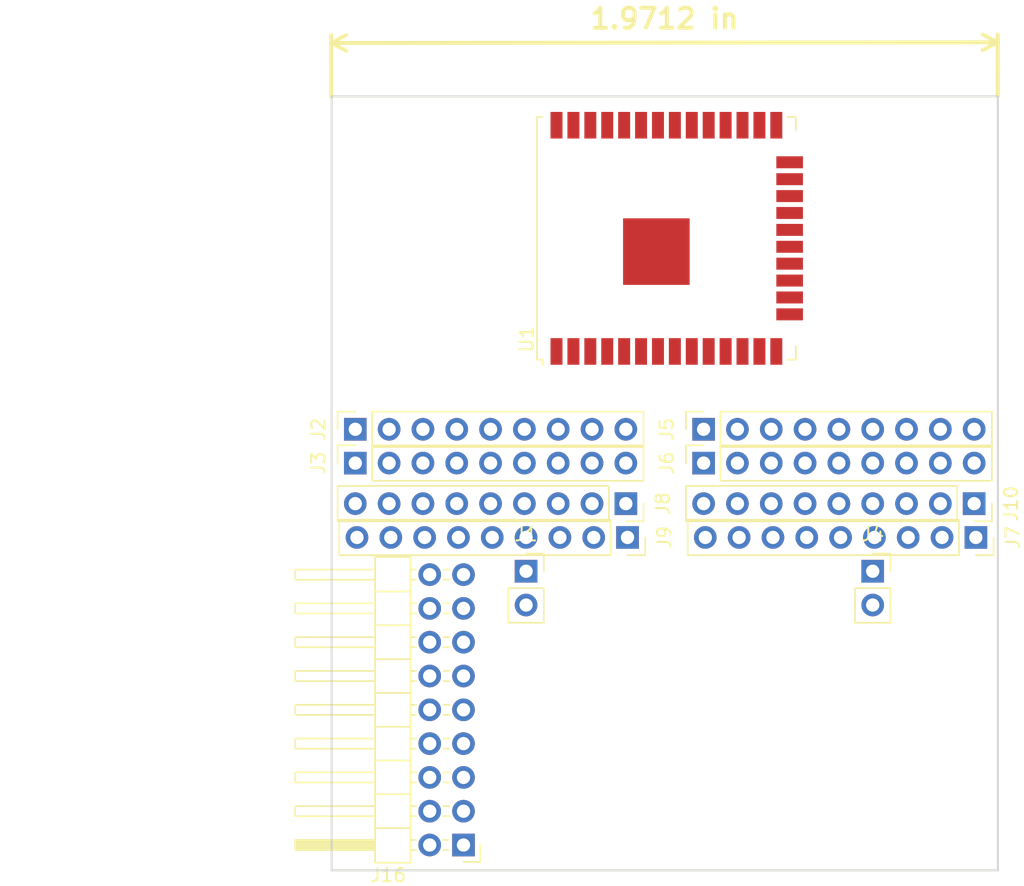
<source format=kicad_pcb>
(kicad_pcb (version 20171130) (host pcbnew "(5.0.2)-1")

  (general
    (thickness 1.6)
    (drawings 6)
    (tracks 0)
    (zones 0)
    (modules 12)
    (nets 30)
  )

  (page A4)
  (layers
    (0 F.Cu signal)
    (1 In1.Cu signal)
    (2 In2.Cu signal)
    (31 B.Cu signal)
    (32 B.Adhes user)
    (33 F.Adhes user)
    (34 B.Paste user)
    (35 F.Paste user)
    (36 B.SilkS user)
    (37 F.SilkS user)
    (38 B.Mask user)
    (39 F.Mask user)
    (40 Dwgs.User user)
    (41 Cmts.User user)
    (42 Eco1.User user)
    (43 Eco2.User user)
    (44 Edge.Cuts user)
    (45 Margin user)
    (46 B.CrtYd user)
    (47 F.CrtYd user)
    (48 B.Fab user)
    (49 F.Fab user)
  )

  (setup
    (last_trace_width 0.61)
    (user_trace_width 0.254)
    (user_trace_width 0.61)
    (trace_clearance 0.2)
    (zone_clearance 0.508)
    (zone_45_only no)
    (trace_min 0.2)
    (segment_width 0.2)
    (edge_width 0.15)
    (via_size 0.8)
    (via_drill 0.4)
    (via_min_size 0.4)
    (via_min_drill 0.3)
    (uvia_size 0.3)
    (uvia_drill 0.1)
    (uvias_allowed no)
    (uvia_min_size 0.2)
    (uvia_min_drill 0.1)
    (pcb_text_width 0.3)
    (pcb_text_size 1.5 1.5)
    (mod_edge_width 0.15)
    (mod_text_size 1 1)
    (mod_text_width 0.15)
    (pad_size 1.524 1.524)
    (pad_drill 0.762)
    (pad_to_mask_clearance 0.051)
    (solder_mask_min_width 0.25)
    (aux_axis_origin 0 0)
    (visible_elements FFFFFF7F)
    (pcbplotparams
      (layerselection 0x010fc_ffffffff)
      (usegerberextensions false)
      (usegerberattributes false)
      (usegerberadvancedattributes false)
      (creategerberjobfile false)
      (excludeedgelayer true)
      (linewidth 0.100000)
      (plotframeref false)
      (viasonmask false)
      (mode 1)
      (useauxorigin false)
      (hpglpennumber 1)
      (hpglpenspeed 20)
      (hpglpendiameter 15.000000)
      (psnegative false)
      (psa4output false)
      (plotreference true)
      (plotvalue true)
      (plotinvisibletext false)
      (padsonsilk false)
      (subtractmaskfromsilk false)
      (outputformat 1)
      (mirror false)
      (drillshape 1)
      (scaleselection 1)
      (outputdirectory ""))
  )

  (net 0 "")
  (net 1 GND)
  (net 2 ADC1_CH0)
  (net 3 ADC1_CH3)
  (net 4 ADC1_CH6)
  (net 5 ADC1_CH7)
  (net 6 ADC1_CH4)
  (net 7 ADC1_CH5)
  (net 8 ADC2_CH8)
  (net 9 ADC2_CH9)
  (net 10 ADC2_CH7)
  (net 11 ADC2_CH6)
  (net 12 ADC2_CH5)
  (net 13 ADC2_CH4)
  (net 14 ADC2_CH3)
  (net 15 ADC2_CH2)
  (net 16 ADC2_CH1)
  (net 17 ADC2_CH0)
  (net 18 IO16)
  (net 19 IO17)
  (net 20 IO5)
  (net 21 IO18)
  (net 22 IO19)
  (net 23 I2C_SDA)
  (net 24 IO3)
  (net 25 IO1)
  (net 26 I2C_SCL)
  (net 27 IO23)
  (net 28 +3.3V)
  (net 29 +5V)

  (net_class Default "This is the default net class."
    (clearance 0.2)
    (trace_width 0.25)
    (via_dia 0.8)
    (via_drill 0.4)
    (uvia_dia 0.3)
    (uvia_drill 0.1)
    (add_net +3.3V)
    (add_net +5V)
    (add_net ADC1_CH0)
    (add_net ADC1_CH3)
    (add_net ADC1_CH4)
    (add_net ADC1_CH5)
    (add_net ADC1_CH6)
    (add_net ADC1_CH7)
    (add_net ADC2_CH0)
    (add_net ADC2_CH1)
    (add_net ADC2_CH2)
    (add_net ADC2_CH3)
    (add_net ADC2_CH4)
    (add_net ADC2_CH5)
    (add_net ADC2_CH6)
    (add_net ADC2_CH7)
    (add_net ADC2_CH8)
    (add_net ADC2_CH9)
    (add_net GND)
    (add_net I2C_SCL)
    (add_net I2C_SDA)
    (add_net IO1)
    (add_net IO16)
    (add_net IO17)
    (add_net IO18)
    (add_net IO19)
    (add_net IO23)
    (add_net IO3)
    (add_net IO5)
  )

  (module RF_Module:ESP32-WROOM-32U (layer F.Cu) (tedit 5B5B4734) (tstamp 5C45CF68)
    (at 106.426 99.822 90)
    (descr "Single 2.4 GHz Wi-Fi and Bluetooth combo chip with U.FL connector, https://www.espressif.com/sites/default/files/documentation/esp32-wroom-32d_esp32-wroom-32u_datasheet_en.pdf")
    (tags "Single 2.4 GHz Wi-Fi and Bluetooth combo  chip")
    (path /5C458771)
    (attr smd)
    (fp_text reference U1 (at -7.58 -10.5 270) (layer F.SilkS)
      (effects (font (size 1 1) (thickness 0.15)))
    )
    (fp_text value ESP32-WROOM-32U (at 0 11.5 90) (layer F.Fab)
      (effects (font (size 1 1) (thickness 0.15)))
    )
    (fp_text user %R (at 0 0 90) (layer F.Fab)
      (effects (font (size 1 1) (thickness 0.15)))
    )
    (fp_line (start 9 9.6) (end 9 -9.6) (layer F.Fab) (width 0.1))
    (fp_line (start -9 9.6) (end 9 9.6) (layer F.Fab) (width 0.1))
    (fp_line (start -9 -9.6) (end -9 -9) (layer F.Fab) (width 0.1))
    (fp_line (start -9 -9.6) (end 9 -9.6) (layer F.Fab) (width 0.1))
    (fp_line (start -9.75 10.5) (end -9.75 -9.85) (layer F.CrtYd) (width 0.05))
    (fp_line (start -9.75 10.5) (end 9.75 10.5) (layer F.CrtYd) (width 0.05))
    (fp_line (start 9.75 -9.85) (end 9.75 10.5) (layer F.CrtYd) (width 0.05))
    (fp_line (start -9 -8) (end -9 9.6) (layer F.Fab) (width 0.1))
    (fp_line (start -8.5 -8.5) (end -9 -9) (layer F.Fab) (width 0.1))
    (fp_line (start -9 -8) (end -8.5 -8.5) (layer F.Fab) (width 0.1))
    (fp_line (start 9.75 -9.85) (end -9.75 -9.85) (layer F.CrtYd) (width 0.05))
    (fp_line (start -9.12 9.1) (end -9.12 9.72) (layer F.SilkS) (width 0.12))
    (fp_line (start -9.12 9.72) (end -8.12 9.72) (layer F.SilkS) (width 0.12))
    (fp_line (start 9.12 9.1) (end 9.12 9.72) (layer F.SilkS) (width 0.12))
    (fp_line (start 9.12 9.72) (end 8.12 9.72) (layer F.SilkS) (width 0.12))
    (fp_line (start -9.12 -9.72) (end 9.12 -9.72) (layer F.SilkS) (width 0.12))
    (fp_line (start 9.12 -9.72) (end 9.12 -9.3) (layer F.SilkS) (width 0.12))
    (fp_line (start -9.12 -9.72) (end -9.12 -9.3) (layer F.SilkS) (width 0.12))
    (fp_line (start -9.12 -9.3) (end -9.5 -9.3) (layer F.SilkS) (width 0.12))
    (pad 39 smd rect (at -1 -0.755 90) (size 5 5) (layers F.Cu F.Paste F.Mask))
    (pad 1 smd rect (at -8.5 -8.255 90) (size 2 0.9) (layers F.Cu F.Paste F.Mask)
      (net 1 GND))
    (pad 2 smd rect (at -8.5 -6.985 90) (size 2 0.9) (layers F.Cu F.Paste F.Mask))
    (pad 3 smd rect (at -8.5 -5.715 90) (size 2 0.9) (layers F.Cu F.Paste F.Mask))
    (pad 4 smd rect (at -8.5 -4.445 90) (size 2 0.9) (layers F.Cu F.Paste F.Mask)
      (net 2 ADC1_CH0))
    (pad 5 smd rect (at -8.5 -3.175 90) (size 2 0.9) (layers F.Cu F.Paste F.Mask)
      (net 3 ADC1_CH3))
    (pad 6 smd rect (at -8.5 -1.905 90) (size 2 0.9) (layers F.Cu F.Paste F.Mask)
      (net 4 ADC1_CH6))
    (pad 7 smd rect (at -8.5 -0.635 90) (size 2 0.9) (layers F.Cu F.Paste F.Mask)
      (net 5 ADC1_CH7))
    (pad 8 smd rect (at -8.5 0.635 90) (size 2 0.9) (layers F.Cu F.Paste F.Mask)
      (net 6 ADC1_CH4))
    (pad 9 smd rect (at -8.5 1.905 90) (size 2 0.9) (layers F.Cu F.Paste F.Mask)
      (net 7 ADC1_CH5))
    (pad 10 smd rect (at -8.5 3.175 90) (size 2 0.9) (layers F.Cu F.Paste F.Mask)
      (net 8 ADC2_CH8))
    (pad 11 smd rect (at -8.5 4.445 90) (size 2 0.9) (layers F.Cu F.Paste F.Mask)
      (net 9 ADC2_CH9))
    (pad 12 smd rect (at -8.5 5.715 90) (size 2 0.9) (layers F.Cu F.Paste F.Mask)
      (net 10 ADC2_CH7))
    (pad 13 smd rect (at -8.5 6.985 90) (size 2 0.9) (layers F.Cu F.Paste F.Mask)
      (net 11 ADC2_CH6))
    (pad 14 smd rect (at -8.5 8.255 90) (size 2 0.9) (layers F.Cu F.Paste F.Mask)
      (net 12 ADC2_CH5))
    (pad 15 smd rect (at -5.715 9.255) (size 2 0.9) (layers F.Cu F.Paste F.Mask)
      (net 1 GND))
    (pad 16 smd rect (at -4.445 9.255 180) (size 2 0.9) (layers F.Cu F.Paste F.Mask)
      (net 13 ADC2_CH4))
    (pad 17 smd rect (at -3.175 9.255 180) (size 2 0.9) (layers F.Cu F.Paste F.Mask))
    (pad 18 smd rect (at -1.905 9.255 180) (size 2 0.9) (layers F.Cu F.Paste F.Mask))
    (pad 19 smd rect (at -0.635 9.255 180) (size 2 0.9) (layers F.Cu F.Paste F.Mask))
    (pad 20 smd rect (at 0.635 9.255 180) (size 2 0.9) (layers F.Cu F.Paste F.Mask))
    (pad 21 smd rect (at 1.905 9.255 180) (size 2 0.9) (layers F.Cu F.Paste F.Mask))
    (pad 22 smd rect (at 3.175 9.255 180) (size 2 0.9) (layers F.Cu F.Paste F.Mask))
    (pad 23 smd rect (at 4.445 9.255 180) (size 2 0.9) (layers F.Cu F.Paste F.Mask)
      (net 14 ADC2_CH3))
    (pad 24 smd rect (at 5.715 9.255 180) (size 2 0.9) (layers F.Cu F.Paste F.Mask)
      (net 15 ADC2_CH2))
    (pad 25 smd rect (at 8.5 8.255 90) (size 2 0.9) (layers F.Cu F.Paste F.Mask)
      (net 16 ADC2_CH1))
    (pad 26 smd rect (at 8.5 6.985 90) (size 2 0.9) (layers F.Cu F.Paste F.Mask)
      (net 17 ADC2_CH0))
    (pad 27 smd rect (at 8.5 5.715 90) (size 2 0.9) (layers F.Cu F.Paste F.Mask)
      (net 18 IO16))
    (pad 28 smd rect (at 8.5 4.445 90) (size 2 0.9) (layers F.Cu F.Paste F.Mask)
      (net 19 IO17))
    (pad 29 smd rect (at 8.5 3.175 90) (size 2 0.9) (layers F.Cu F.Paste F.Mask)
      (net 20 IO5))
    (pad 30 smd rect (at 8.5 1.905 90) (size 2 0.9) (layers F.Cu F.Paste F.Mask)
      (net 21 IO18))
    (pad 31 smd rect (at 8.5 0.635 90) (size 2 0.9) (layers F.Cu F.Paste F.Mask)
      (net 22 IO19))
    (pad 32 smd rect (at 8.5 -0.635 90) (size 2 0.9) (layers F.Cu F.Paste F.Mask))
    (pad 33 smd rect (at 8.5 -1.905 90) (size 2 0.9) (layers F.Cu F.Paste F.Mask)
      (net 23 I2C_SDA))
    (pad 34 smd rect (at 8.5 -3.175 90) (size 2 0.9) (layers F.Cu F.Paste F.Mask)
      (net 24 IO3))
    (pad 35 smd rect (at 8.5 -4.445 90) (size 2 0.9) (layers F.Cu F.Paste F.Mask)
      (net 25 IO1))
    (pad 36 smd rect (at 8.5 -5.715 90) (size 2 0.9) (layers F.Cu F.Paste F.Mask)
      (net 26 I2C_SCL))
    (pad 37 smd rect (at 8.5 -6.985 90) (size 2 0.9) (layers F.Cu F.Paste F.Mask)
      (net 27 IO23))
    (pad 38 smd rect (at 8.5 -8.255 90) (size 2 0.9) (layers F.Cu F.Paste F.Mask)
      (net 1 GND))
    (model ${KISYS3DMOD}/RF_Module.3dshapes/ESP32-WROOM-32U.wrl
      (at (xyz 0 0 0))
      (scale (xyz 1 1 1))
      (rotate (xyz 0 0 0))
    )
  )

  (module Connector_PinSocket_2.54mm:PinSocket_1x02_P2.54mm_Vertical (layer F.Cu) (tedit 5A19A420) (tstamp 5C46747E)
    (at 95.885 124.841)
    (descr "Through hole straight socket strip, 1x02, 2.54mm pitch, single row (from Kicad 4.0.7), script generated")
    (tags "Through hole socket strip THT 1x02 2.54mm single row")
    (path /5C4945A5)
    (fp_text reference J1 (at 0 -2.77) (layer F.SilkS)
      (effects (font (size 1 1) (thickness 0.15)))
    )
    (fp_text value UART_2 (at 0 5.31) (layer F.Fab)
      (effects (font (size 1 1) (thickness 0.15)))
    )
    (fp_line (start -1.27 -1.27) (end 0.635 -1.27) (layer F.Fab) (width 0.1))
    (fp_line (start 0.635 -1.27) (end 1.27 -0.635) (layer F.Fab) (width 0.1))
    (fp_line (start 1.27 -0.635) (end 1.27 3.81) (layer F.Fab) (width 0.1))
    (fp_line (start 1.27 3.81) (end -1.27 3.81) (layer F.Fab) (width 0.1))
    (fp_line (start -1.27 3.81) (end -1.27 -1.27) (layer F.Fab) (width 0.1))
    (fp_line (start -1.33 1.27) (end 1.33 1.27) (layer F.SilkS) (width 0.12))
    (fp_line (start -1.33 1.27) (end -1.33 3.87) (layer F.SilkS) (width 0.12))
    (fp_line (start -1.33 3.87) (end 1.33 3.87) (layer F.SilkS) (width 0.12))
    (fp_line (start 1.33 1.27) (end 1.33 3.87) (layer F.SilkS) (width 0.12))
    (fp_line (start 1.33 -1.33) (end 1.33 0) (layer F.SilkS) (width 0.12))
    (fp_line (start 0 -1.33) (end 1.33 -1.33) (layer F.SilkS) (width 0.12))
    (fp_line (start -1.8 -1.8) (end 1.75 -1.8) (layer F.CrtYd) (width 0.05))
    (fp_line (start 1.75 -1.8) (end 1.75 4.3) (layer F.CrtYd) (width 0.05))
    (fp_line (start 1.75 4.3) (end -1.8 4.3) (layer F.CrtYd) (width 0.05))
    (fp_line (start -1.8 4.3) (end -1.8 -1.8) (layer F.CrtYd) (width 0.05))
    (fp_text user %R (at 0 1.27 90) (layer F.Fab)
      (effects (font (size 1 1) (thickness 0.15)))
    )
    (pad 1 thru_hole rect (at 0 0) (size 1.7 1.7) (drill 1) (layers *.Cu *.Mask)
      (net 19 IO17))
    (pad 2 thru_hole oval (at 0 2.54) (size 1.7 1.7) (drill 1) (layers *.Cu *.Mask)
      (net 18 IO16))
    (model ${KISYS3DMOD}/Connector_PinSocket_2.54mm.3dshapes/PinSocket_1x02_P2.54mm_Vertical.wrl
      (at (xyz 0 0 0))
      (scale (xyz 1 1 1))
      (rotate (xyz 0 0 0))
    )
  )

  (module Connector_PinSocket_2.54mm:PinSocket_1x09_P2.54mm_Vertical (layer F.Cu) (tedit 5A19A431) (tstamp 5C467FFC)
    (at 83.058 114.173 90)
    (descr "Through hole straight socket strip, 1x09, 2.54mm pitch, single row (from Kicad 4.0.7), script generated")
    (tags "Through hole socket strip THT 1x09 2.54mm single row")
    (path /5C467DDD)
    (fp_text reference J2 (at 0 -2.77 90) (layer F.SilkS)
      (effects (font (size 1 1) (thickness 0.15)))
    )
    (fp_text value GPIO (at 0 23.09 90) (layer F.Fab)
      (effects (font (size 1 1) (thickness 0.15)))
    )
    (fp_text user %R (at 0 10.16 180) (layer F.Fab)
      (effects (font (size 1 1) (thickness 0.15)))
    )
    (fp_line (start -1.8 22.1) (end -1.8 -1.8) (layer F.CrtYd) (width 0.05))
    (fp_line (start 1.75 22.1) (end -1.8 22.1) (layer F.CrtYd) (width 0.05))
    (fp_line (start 1.75 -1.8) (end 1.75 22.1) (layer F.CrtYd) (width 0.05))
    (fp_line (start -1.8 -1.8) (end 1.75 -1.8) (layer F.CrtYd) (width 0.05))
    (fp_line (start 0 -1.33) (end 1.33 -1.33) (layer F.SilkS) (width 0.12))
    (fp_line (start 1.33 -1.33) (end 1.33 0) (layer F.SilkS) (width 0.12))
    (fp_line (start 1.33 1.27) (end 1.33 21.65) (layer F.SilkS) (width 0.12))
    (fp_line (start -1.33 21.65) (end 1.33 21.65) (layer F.SilkS) (width 0.12))
    (fp_line (start -1.33 1.27) (end -1.33 21.65) (layer F.SilkS) (width 0.12))
    (fp_line (start -1.33 1.27) (end 1.33 1.27) (layer F.SilkS) (width 0.12))
    (fp_line (start -1.27 21.59) (end -1.27 -1.27) (layer F.Fab) (width 0.1))
    (fp_line (start 1.27 21.59) (end -1.27 21.59) (layer F.Fab) (width 0.1))
    (fp_line (start 1.27 -0.635) (end 1.27 21.59) (layer F.Fab) (width 0.1))
    (fp_line (start 0.635 -1.27) (end 1.27 -0.635) (layer F.Fab) (width 0.1))
    (fp_line (start -1.27 -1.27) (end 0.635 -1.27) (layer F.Fab) (width 0.1))
    (pad 9 thru_hole oval (at 0 20.32 90) (size 1.7 1.7) (drill 1) (layers *.Cu *.Mask)
      (net 2 ADC1_CH0))
    (pad 8 thru_hole oval (at 0 17.78 90) (size 1.7 1.7) (drill 1) (layers *.Cu *.Mask)
      (net 3 ADC1_CH3))
    (pad 7 thru_hole oval (at 0 15.24 90) (size 1.7 1.7) (drill 1) (layers *.Cu *.Mask)
      (net 14 ADC2_CH3))
    (pad 6 thru_hole oval (at 0 12.7 90) (size 1.7 1.7) (drill 1) (layers *.Cu *.Mask)
      (net 11 ADC2_CH6))
    (pad 5 thru_hole oval (at 0 10.16 90) (size 1.7 1.7) (drill 1) (layers *.Cu *.Mask)
      (net 13 ADC2_CH4))
    (pad 4 thru_hole oval (at 0 7.62 90) (size 1.7 1.7) (drill 1) (layers *.Cu *.Mask)
      (net 12 ADC2_CH5))
    (pad 3 thru_hole oval (at 0 5.08 90) (size 1.7 1.7) (drill 1) (layers *.Cu *.Mask)
      (net 16 ADC2_CH1))
    (pad 2 thru_hole oval (at 0 2.54 90) (size 1.7 1.7) (drill 1) (layers *.Cu *.Mask)
      (net 17 ADC2_CH0))
    (pad 1 thru_hole rect (at 0 0 90) (size 1.7 1.7) (drill 1) (layers *.Cu *.Mask)
      (net 8 ADC2_CH8))
    (model ${KISYS3DMOD}/Connector_PinSocket_2.54mm.3dshapes/PinSocket_1x09_P2.54mm_Vertical.wrl
      (at (xyz 0 0 0))
      (scale (xyz 1 1 1))
      (rotate (xyz 0 0 0))
    )
  )

  (module Connector_PinSocket_2.54mm:PinSocket_1x09_P2.54mm_Vertical (layer F.Cu) (tedit 5A19A431) (tstamp 5C4680A4)
    (at 83.058 116.713 90)
    (descr "Through hole straight socket strip, 1x09, 2.54mm pitch, single row (from Kicad 4.0.7), script generated")
    (tags "Through hole socket strip THT 1x09 2.54mm single row")
    (path /5C466496)
    (fp_text reference J3 (at 0 -2.77 90) (layer F.SilkS)
      (effects (font (size 1 1) (thickness 0.15)))
    )
    (fp_text value "Common Pins" (at 0 23.09 90) (layer F.Fab)
      (effects (font (size 1 1) (thickness 0.15)))
    )
    (fp_line (start -1.27 -1.27) (end 0.635 -1.27) (layer F.Fab) (width 0.1))
    (fp_line (start 0.635 -1.27) (end 1.27 -0.635) (layer F.Fab) (width 0.1))
    (fp_line (start 1.27 -0.635) (end 1.27 21.59) (layer F.Fab) (width 0.1))
    (fp_line (start 1.27 21.59) (end -1.27 21.59) (layer F.Fab) (width 0.1))
    (fp_line (start -1.27 21.59) (end -1.27 -1.27) (layer F.Fab) (width 0.1))
    (fp_line (start -1.33 1.27) (end 1.33 1.27) (layer F.SilkS) (width 0.12))
    (fp_line (start -1.33 1.27) (end -1.33 21.65) (layer F.SilkS) (width 0.12))
    (fp_line (start -1.33 21.65) (end 1.33 21.65) (layer F.SilkS) (width 0.12))
    (fp_line (start 1.33 1.27) (end 1.33 21.65) (layer F.SilkS) (width 0.12))
    (fp_line (start 1.33 -1.33) (end 1.33 0) (layer F.SilkS) (width 0.12))
    (fp_line (start 0 -1.33) (end 1.33 -1.33) (layer F.SilkS) (width 0.12))
    (fp_line (start -1.8 -1.8) (end 1.75 -1.8) (layer F.CrtYd) (width 0.05))
    (fp_line (start 1.75 -1.8) (end 1.75 22.1) (layer F.CrtYd) (width 0.05))
    (fp_line (start 1.75 22.1) (end -1.8 22.1) (layer F.CrtYd) (width 0.05))
    (fp_line (start -1.8 22.1) (end -1.8 -1.8) (layer F.CrtYd) (width 0.05))
    (fp_text user %R (at 0 10.16 180) (layer F.Fab)
      (effects (font (size 1 1) (thickness 0.15)))
    )
    (pad 1 thru_hole rect (at 0 0 90) (size 1.7 1.7) (drill 1) (layers *.Cu *.Mask)
      (net 28 +3.3V))
    (pad 2 thru_hole oval (at 0 2.54 90) (size 1.7 1.7) (drill 1) (layers *.Cu *.Mask)
      (net 1 GND))
    (pad 3 thru_hole oval (at 0 5.08 90) (size 1.7 1.7) (drill 1) (layers *.Cu *.Mask)
      (net 22 IO19))
    (pad 4 thru_hole oval (at 0 7.62 90) (size 1.7 1.7) (drill 1) (layers *.Cu *.Mask)
      (net 27 IO23))
    (pad 5 thru_hole oval (at 0 10.16 90) (size 1.7 1.7) (drill 1) (layers *.Cu *.Mask)
      (net 21 IO18))
    (pad 6 thru_hole oval (at 0 12.7 90) (size 1.7 1.7) (drill 1) (layers *.Cu *.Mask)
      (net 20 IO5))
    (pad 7 thru_hole oval (at 0 15.24 90) (size 1.7 1.7) (drill 1) (layers *.Cu *.Mask)
      (net 23 I2C_SDA))
    (pad 8 thru_hole oval (at 0 17.78 90) (size 1.7 1.7) (drill 1) (layers *.Cu *.Mask)
      (net 26 I2C_SCL))
    (pad 9 thru_hole oval (at 0 20.32 90) (size 1.7 1.7) (drill 1) (layers *.Cu *.Mask)
      (net 29 +5V))
    (model ${KISYS3DMOD}/Connector_PinSocket_2.54mm.3dshapes/PinSocket_1x09_P2.54mm_Vertical.wrl
      (at (xyz 0 0 0))
      (scale (xyz 1 1 1))
      (rotate (xyz 0 0 0))
    )
  )

  (module Connector_PinSocket_2.54mm:PinSocket_1x02_P2.54mm_Vertical (layer F.Cu) (tedit 5A19A420) (tstamp 5C4674CE)
    (at 121.92 124.841)
    (descr "Through hole straight socket strip, 1x02, 2.54mm pitch, single row (from Kicad 4.0.7), script generated")
    (tags "Through hole socket strip THT 1x02 2.54mm single row")
    (path /5C49860D)
    (fp_text reference J4 (at 0 -2.77) (layer F.SilkS)
      (effects (font (size 1 1) (thickness 0.15)))
    )
    (fp_text value UART_0 (at 0 5.31) (layer F.Fab)
      (effects (font (size 1 1) (thickness 0.15)))
    )
    (fp_text user %R (at 0 1.27 90) (layer F.Fab)
      (effects (font (size 1 1) (thickness 0.15)))
    )
    (fp_line (start -1.8 4.3) (end -1.8 -1.8) (layer F.CrtYd) (width 0.05))
    (fp_line (start 1.75 4.3) (end -1.8 4.3) (layer F.CrtYd) (width 0.05))
    (fp_line (start 1.75 -1.8) (end 1.75 4.3) (layer F.CrtYd) (width 0.05))
    (fp_line (start -1.8 -1.8) (end 1.75 -1.8) (layer F.CrtYd) (width 0.05))
    (fp_line (start 0 -1.33) (end 1.33 -1.33) (layer F.SilkS) (width 0.12))
    (fp_line (start 1.33 -1.33) (end 1.33 0) (layer F.SilkS) (width 0.12))
    (fp_line (start 1.33 1.27) (end 1.33 3.87) (layer F.SilkS) (width 0.12))
    (fp_line (start -1.33 3.87) (end 1.33 3.87) (layer F.SilkS) (width 0.12))
    (fp_line (start -1.33 1.27) (end -1.33 3.87) (layer F.SilkS) (width 0.12))
    (fp_line (start -1.33 1.27) (end 1.33 1.27) (layer F.SilkS) (width 0.12))
    (fp_line (start -1.27 3.81) (end -1.27 -1.27) (layer F.Fab) (width 0.1))
    (fp_line (start 1.27 3.81) (end -1.27 3.81) (layer F.Fab) (width 0.1))
    (fp_line (start 1.27 -0.635) (end 1.27 3.81) (layer F.Fab) (width 0.1))
    (fp_line (start 0.635 -1.27) (end 1.27 -0.635) (layer F.Fab) (width 0.1))
    (fp_line (start -1.27 -1.27) (end 0.635 -1.27) (layer F.Fab) (width 0.1))
    (pad 2 thru_hole oval (at 0 2.54) (size 1.7 1.7) (drill 1) (layers *.Cu *.Mask)
      (net 24 IO3))
    (pad 1 thru_hole rect (at 0 0) (size 1.7 1.7) (drill 1) (layers *.Cu *.Mask)
      (net 25 IO1))
    (model ${KISYS3DMOD}/Connector_PinSocket_2.54mm.3dshapes/PinSocket_1x02_P2.54mm_Vertical.wrl
      (at (xyz 0 0 0))
      (scale (xyz 1 1 1))
      (rotate (xyz 0 0 0))
    )
  )

  (module Connector_PinSocket_2.54mm:PinSocket_1x09_P2.54mm_Vertical (layer F.Cu) (tedit 5A19A431) (tstamp 5C467FA8)
    (at 109.22 114.173 90)
    (descr "Through hole straight socket strip, 1x09, 2.54mm pitch, single row (from Kicad 4.0.7), script generated")
    (tags "Through hole socket strip THT 1x09 2.54mm single row")
    (path /5C46882F)
    (fp_text reference J5 (at 0 -2.77 90) (layer F.SilkS)
      (effects (font (size 1 1) (thickness 0.15)))
    )
    (fp_text value GPIO (at 0 23.09 90) (layer F.Fab)
      (effects (font (size 1 1) (thickness 0.15)))
    )
    (fp_text user %R (at 0 10.16 180) (layer F.Fab)
      (effects (font (size 1 1) (thickness 0.15)))
    )
    (fp_line (start -1.8 22.1) (end -1.8 -1.8) (layer F.CrtYd) (width 0.05))
    (fp_line (start 1.75 22.1) (end -1.8 22.1) (layer F.CrtYd) (width 0.05))
    (fp_line (start 1.75 -1.8) (end 1.75 22.1) (layer F.CrtYd) (width 0.05))
    (fp_line (start -1.8 -1.8) (end 1.75 -1.8) (layer F.CrtYd) (width 0.05))
    (fp_line (start 0 -1.33) (end 1.33 -1.33) (layer F.SilkS) (width 0.12))
    (fp_line (start 1.33 -1.33) (end 1.33 0) (layer F.SilkS) (width 0.12))
    (fp_line (start 1.33 1.27) (end 1.33 21.65) (layer F.SilkS) (width 0.12))
    (fp_line (start -1.33 21.65) (end 1.33 21.65) (layer F.SilkS) (width 0.12))
    (fp_line (start -1.33 1.27) (end -1.33 21.65) (layer F.SilkS) (width 0.12))
    (fp_line (start -1.33 1.27) (end 1.33 1.27) (layer F.SilkS) (width 0.12))
    (fp_line (start -1.27 21.59) (end -1.27 -1.27) (layer F.Fab) (width 0.1))
    (fp_line (start 1.27 21.59) (end -1.27 21.59) (layer F.Fab) (width 0.1))
    (fp_line (start 1.27 -0.635) (end 1.27 21.59) (layer F.Fab) (width 0.1))
    (fp_line (start 0.635 -1.27) (end 1.27 -0.635) (layer F.Fab) (width 0.1))
    (fp_line (start -1.27 -1.27) (end 0.635 -1.27) (layer F.Fab) (width 0.1))
    (pad 9 thru_hole oval (at 0 20.32 90) (size 1.7 1.7) (drill 1) (layers *.Cu *.Mask)
      (net 5 ADC1_CH7))
    (pad 8 thru_hole oval (at 0 17.78 90) (size 1.7 1.7) (drill 1) (layers *.Cu *.Mask)
      (net 4 ADC1_CH6))
    (pad 7 thru_hole oval (at 0 15.24 90) (size 1.7 1.7) (drill 1) (layers *.Cu *.Mask)
      (net 7 ADC1_CH5))
    (pad 6 thru_hole oval (at 0 12.7 90) (size 1.7 1.7) (drill 1) (layers *.Cu *.Mask)
      (net 6 ADC1_CH4))
    (pad 5 thru_hole oval (at 0 10.16 90) (size 1.7 1.7) (drill 1) (layers *.Cu *.Mask)
      (net 9 ADC2_CH9))
    (pad 4 thru_hole oval (at 0 7.62 90) (size 1.7 1.7) (drill 1) (layers *.Cu *.Mask)
      (net 8 ADC2_CH8))
    (pad 3 thru_hole oval (at 0 5.08 90) (size 1.7 1.7) (drill 1) (layers *.Cu *.Mask)
      (net 10 ADC2_CH7))
    (pad 2 thru_hole oval (at 0 2.54 90) (size 1.7 1.7) (drill 1) (layers *.Cu *.Mask)
      (net 15 ADC2_CH2))
    (pad 1 thru_hole rect (at 0 0 90) (size 1.7 1.7) (drill 1) (layers *.Cu *.Mask)
      (net 9 ADC2_CH9))
    (model ${KISYS3DMOD}/Connector_PinSocket_2.54mm.3dshapes/PinSocket_1x09_P2.54mm_Vertical.wrl
      (at (xyz 0 0 0))
      (scale (xyz 1 1 1))
      (rotate (xyz 0 0 0))
    )
  )

  (module Connector_PinSocket_2.54mm:PinSocket_1x09_P2.54mm_Vertical (layer F.Cu) (tedit 5A19A431) (tstamp 5C468050)
    (at 109.22 116.713 90)
    (descr "Through hole straight socket strip, 1x09, 2.54mm pitch, single row (from Kicad 4.0.7), script generated")
    (tags "Through hole socket strip THT 1x09 2.54mm single row")
    (path /5C46881D)
    (fp_text reference J6 (at 0 -2.77 90) (layer F.SilkS)
      (effects (font (size 1 1) (thickness 0.15)))
    )
    (fp_text value "Common Pins" (at 0 23.09 90) (layer F.Fab)
      (effects (font (size 1 1) (thickness 0.15)))
    )
    (fp_line (start -1.27 -1.27) (end 0.635 -1.27) (layer F.Fab) (width 0.1))
    (fp_line (start 0.635 -1.27) (end 1.27 -0.635) (layer F.Fab) (width 0.1))
    (fp_line (start 1.27 -0.635) (end 1.27 21.59) (layer F.Fab) (width 0.1))
    (fp_line (start 1.27 21.59) (end -1.27 21.59) (layer F.Fab) (width 0.1))
    (fp_line (start -1.27 21.59) (end -1.27 -1.27) (layer F.Fab) (width 0.1))
    (fp_line (start -1.33 1.27) (end 1.33 1.27) (layer F.SilkS) (width 0.12))
    (fp_line (start -1.33 1.27) (end -1.33 21.65) (layer F.SilkS) (width 0.12))
    (fp_line (start -1.33 21.65) (end 1.33 21.65) (layer F.SilkS) (width 0.12))
    (fp_line (start 1.33 1.27) (end 1.33 21.65) (layer F.SilkS) (width 0.12))
    (fp_line (start 1.33 -1.33) (end 1.33 0) (layer F.SilkS) (width 0.12))
    (fp_line (start 0 -1.33) (end 1.33 -1.33) (layer F.SilkS) (width 0.12))
    (fp_line (start -1.8 -1.8) (end 1.75 -1.8) (layer F.CrtYd) (width 0.05))
    (fp_line (start 1.75 -1.8) (end 1.75 22.1) (layer F.CrtYd) (width 0.05))
    (fp_line (start 1.75 22.1) (end -1.8 22.1) (layer F.CrtYd) (width 0.05))
    (fp_line (start -1.8 22.1) (end -1.8 -1.8) (layer F.CrtYd) (width 0.05))
    (fp_text user %R (at 0 10.16 180) (layer F.Fab)
      (effects (font (size 1 1) (thickness 0.15)))
    )
    (pad 1 thru_hole rect (at 0 0 90) (size 1.7 1.7) (drill 1) (layers *.Cu *.Mask)
      (net 28 +3.3V))
    (pad 2 thru_hole oval (at 0 2.54 90) (size 1.7 1.7) (drill 1) (layers *.Cu *.Mask)
      (net 1 GND))
    (pad 3 thru_hole oval (at 0 5.08 90) (size 1.7 1.7) (drill 1) (layers *.Cu *.Mask)
      (net 22 IO19))
    (pad 4 thru_hole oval (at 0 7.62 90) (size 1.7 1.7) (drill 1) (layers *.Cu *.Mask)
      (net 27 IO23))
    (pad 5 thru_hole oval (at 0 10.16 90) (size 1.7 1.7) (drill 1) (layers *.Cu *.Mask)
      (net 21 IO18))
    (pad 6 thru_hole oval (at 0 12.7 90) (size 1.7 1.7) (drill 1) (layers *.Cu *.Mask)
      (net 20 IO5))
    (pad 7 thru_hole oval (at 0 15.24 90) (size 1.7 1.7) (drill 1) (layers *.Cu *.Mask)
      (net 23 I2C_SDA))
    (pad 8 thru_hole oval (at 0 17.78 90) (size 1.7 1.7) (drill 1) (layers *.Cu *.Mask)
      (net 26 I2C_SCL))
    (pad 9 thru_hole oval (at 0 20.32 90) (size 1.7 1.7) (drill 1) (layers *.Cu *.Mask)
      (net 29 +5V))
    (model ${KISYS3DMOD}/Connector_PinSocket_2.54mm.3dshapes/PinSocket_1x09_P2.54mm_Vertical.wrl
      (at (xyz 0 0 0))
      (scale (xyz 1 1 1))
      (rotate (xyz 0 0 0))
    )
  )

  (module Connector_PinSocket_2.54mm:PinSocket_1x09_P2.54mm_Vertical (layer F.Cu) (tedit 5A19A431) (tstamp 5C467BC3)
    (at 129.667 122.301 270)
    (descr "Through hole straight socket strip, 1x09, 2.54mm pitch, single row (from Kicad 4.0.7), script generated")
    (tags "Through hole socket strip THT 1x09 2.54mm single row")
    (path /5C4BE235)
    (fp_text reference J7 (at 0 -2.77 270) (layer F.SilkS)
      (effects (font (size 1 1) (thickness 0.15)))
    )
    (fp_text value GPIO (at 0 23.09 270) (layer F.Fab)
      (effects (font (size 1 1) (thickness 0.15)))
    )
    (fp_text user %R (at 0 10.16) (layer F.Fab)
      (effects (font (size 1 1) (thickness 0.15)))
    )
    (fp_line (start -1.8 22.1) (end -1.8 -1.8) (layer F.CrtYd) (width 0.05))
    (fp_line (start 1.75 22.1) (end -1.8 22.1) (layer F.CrtYd) (width 0.05))
    (fp_line (start 1.75 -1.8) (end 1.75 22.1) (layer F.CrtYd) (width 0.05))
    (fp_line (start -1.8 -1.8) (end 1.75 -1.8) (layer F.CrtYd) (width 0.05))
    (fp_line (start 0 -1.33) (end 1.33 -1.33) (layer F.SilkS) (width 0.12))
    (fp_line (start 1.33 -1.33) (end 1.33 0) (layer F.SilkS) (width 0.12))
    (fp_line (start 1.33 1.27) (end 1.33 21.65) (layer F.SilkS) (width 0.12))
    (fp_line (start -1.33 21.65) (end 1.33 21.65) (layer F.SilkS) (width 0.12))
    (fp_line (start -1.33 1.27) (end -1.33 21.65) (layer F.SilkS) (width 0.12))
    (fp_line (start -1.33 1.27) (end 1.33 1.27) (layer F.SilkS) (width 0.12))
    (fp_line (start -1.27 21.59) (end -1.27 -1.27) (layer F.Fab) (width 0.1))
    (fp_line (start 1.27 21.59) (end -1.27 21.59) (layer F.Fab) (width 0.1))
    (fp_line (start 1.27 -0.635) (end 1.27 21.59) (layer F.Fab) (width 0.1))
    (fp_line (start 0.635 -1.27) (end 1.27 -0.635) (layer F.Fab) (width 0.1))
    (fp_line (start -1.27 -1.27) (end 0.635 -1.27) (layer F.Fab) (width 0.1))
    (pad 9 thru_hole oval (at 0 20.32 270) (size 1.7 1.7) (drill 1) (layers *.Cu *.Mask)
      (net 2 ADC1_CH0))
    (pad 8 thru_hole oval (at 0 17.78 270) (size 1.7 1.7) (drill 1) (layers *.Cu *.Mask)
      (net 3 ADC1_CH3))
    (pad 7 thru_hole oval (at 0 15.24 270) (size 1.7 1.7) (drill 1) (layers *.Cu *.Mask)
      (net 14 ADC2_CH3))
    (pad 6 thru_hole oval (at 0 12.7 270) (size 1.7 1.7) (drill 1) (layers *.Cu *.Mask)
      (net 11 ADC2_CH6))
    (pad 5 thru_hole oval (at 0 10.16 270) (size 1.7 1.7) (drill 1) (layers *.Cu *.Mask)
      (net 13 ADC2_CH4))
    (pad 4 thru_hole oval (at 0 7.62 270) (size 1.7 1.7) (drill 1) (layers *.Cu *.Mask)
      (net 12 ADC2_CH5))
    (pad 3 thru_hole oval (at 0 5.08 270) (size 1.7 1.7) (drill 1) (layers *.Cu *.Mask)
      (net 16 ADC2_CH1))
    (pad 2 thru_hole oval (at 0 2.54 270) (size 1.7 1.7) (drill 1) (layers *.Cu *.Mask)
      (net 17 ADC2_CH0))
    (pad 1 thru_hole rect (at 0 0 270) (size 1.7 1.7) (drill 1) (layers *.Cu *.Mask)
      (net 8 ADC2_CH8))
    (model ${KISYS3DMOD}/Connector_PinSocket_2.54mm.3dshapes/PinSocket_1x09_P2.54mm_Vertical.wrl
      (at (xyz 0 0 0))
      (scale (xyz 1 1 1))
      (rotate (xyz 0 0 0))
    )
  )

  (module Connector_PinSocket_2.54mm:PinSocket_1x09_P2.54mm_Vertical (layer F.Cu) (tedit 5A19A431) (tstamp 5C467542)
    (at 103.378 119.761 270)
    (descr "Through hole straight socket strip, 1x09, 2.54mm pitch, single row (from Kicad 4.0.7), script generated")
    (tags "Through hole socket strip THT 1x09 2.54mm single row")
    (path /5C4A5390)
    (fp_text reference J8 (at 0 -2.77 270) (layer F.SilkS)
      (effects (font (size 1 1) (thickness 0.15)))
    )
    (fp_text value "Common Pins" (at 0 23.09 270) (layer F.Fab)
      (effects (font (size 1 1) (thickness 0.15)))
    )
    (fp_line (start -1.27 -1.27) (end 0.635 -1.27) (layer F.Fab) (width 0.1))
    (fp_line (start 0.635 -1.27) (end 1.27 -0.635) (layer F.Fab) (width 0.1))
    (fp_line (start 1.27 -0.635) (end 1.27 21.59) (layer F.Fab) (width 0.1))
    (fp_line (start 1.27 21.59) (end -1.27 21.59) (layer F.Fab) (width 0.1))
    (fp_line (start -1.27 21.59) (end -1.27 -1.27) (layer F.Fab) (width 0.1))
    (fp_line (start -1.33 1.27) (end 1.33 1.27) (layer F.SilkS) (width 0.12))
    (fp_line (start -1.33 1.27) (end -1.33 21.65) (layer F.SilkS) (width 0.12))
    (fp_line (start -1.33 21.65) (end 1.33 21.65) (layer F.SilkS) (width 0.12))
    (fp_line (start 1.33 1.27) (end 1.33 21.65) (layer F.SilkS) (width 0.12))
    (fp_line (start 1.33 -1.33) (end 1.33 0) (layer F.SilkS) (width 0.12))
    (fp_line (start 0 -1.33) (end 1.33 -1.33) (layer F.SilkS) (width 0.12))
    (fp_line (start -1.8 -1.8) (end 1.75 -1.8) (layer F.CrtYd) (width 0.05))
    (fp_line (start 1.75 -1.8) (end 1.75 22.1) (layer F.CrtYd) (width 0.05))
    (fp_line (start 1.75 22.1) (end -1.8 22.1) (layer F.CrtYd) (width 0.05))
    (fp_line (start -1.8 22.1) (end -1.8 -1.8) (layer F.CrtYd) (width 0.05))
    (fp_text user %R (at 0 10.16) (layer F.Fab)
      (effects (font (size 1 1) (thickness 0.15)))
    )
    (pad 1 thru_hole rect (at 0 0 270) (size 1.7 1.7) (drill 1) (layers *.Cu *.Mask)
      (net 28 +3.3V))
    (pad 2 thru_hole oval (at 0 2.54 270) (size 1.7 1.7) (drill 1) (layers *.Cu *.Mask)
      (net 1 GND))
    (pad 3 thru_hole oval (at 0 5.08 270) (size 1.7 1.7) (drill 1) (layers *.Cu *.Mask)
      (net 22 IO19))
    (pad 4 thru_hole oval (at 0 7.62 270) (size 1.7 1.7) (drill 1) (layers *.Cu *.Mask)
      (net 27 IO23))
    (pad 5 thru_hole oval (at 0 10.16 270) (size 1.7 1.7) (drill 1) (layers *.Cu *.Mask)
      (net 21 IO18))
    (pad 6 thru_hole oval (at 0 12.7 270) (size 1.7 1.7) (drill 1) (layers *.Cu *.Mask)
      (net 20 IO5))
    (pad 7 thru_hole oval (at 0 15.24 270) (size 1.7 1.7) (drill 1) (layers *.Cu *.Mask)
      (net 23 I2C_SDA))
    (pad 8 thru_hole oval (at 0 17.78 270) (size 1.7 1.7) (drill 1) (layers *.Cu *.Mask)
      (net 26 I2C_SCL))
    (pad 9 thru_hole oval (at 0 20.32 270) (size 1.7 1.7) (drill 1) (layers *.Cu *.Mask)
      (net 29 +5V))
    (model ${KISYS3DMOD}/Connector_PinSocket_2.54mm.3dshapes/PinSocket_1x09_P2.54mm_Vertical.wrl
      (at (xyz 0 0 0))
      (scale (xyz 1 1 1))
      (rotate (xyz 0 0 0))
    )
  )

  (module Connector_PinSocket_2.54mm:PinSocket_1x09_P2.54mm_Vertical (layer F.Cu) (tedit 5A19A431) (tstamp 5C46755F)
    (at 103.505 122.301 270)
    (descr "Through hole straight socket strip, 1x09, 2.54mm pitch, single row (from Kicad 4.0.7), script generated")
    (tags "Through hole socket strip THT 1x09 2.54mm single row")
    (path /5C4E4740)
    (fp_text reference J9 (at 0 -2.77 270) (layer F.SilkS)
      (effects (font (size 1 1) (thickness 0.15)))
    )
    (fp_text value GPIO (at 0 23.09 270) (layer F.Fab)
      (effects (font (size 1 1) (thickness 0.15)))
    )
    (fp_text user %R (at 0 10.16) (layer F.Fab)
      (effects (font (size 1 1) (thickness 0.15)))
    )
    (fp_line (start -1.8 22.1) (end -1.8 -1.8) (layer F.CrtYd) (width 0.05))
    (fp_line (start 1.75 22.1) (end -1.8 22.1) (layer F.CrtYd) (width 0.05))
    (fp_line (start 1.75 -1.8) (end 1.75 22.1) (layer F.CrtYd) (width 0.05))
    (fp_line (start -1.8 -1.8) (end 1.75 -1.8) (layer F.CrtYd) (width 0.05))
    (fp_line (start 0 -1.33) (end 1.33 -1.33) (layer F.SilkS) (width 0.12))
    (fp_line (start 1.33 -1.33) (end 1.33 0) (layer F.SilkS) (width 0.12))
    (fp_line (start 1.33 1.27) (end 1.33 21.65) (layer F.SilkS) (width 0.12))
    (fp_line (start -1.33 21.65) (end 1.33 21.65) (layer F.SilkS) (width 0.12))
    (fp_line (start -1.33 1.27) (end -1.33 21.65) (layer F.SilkS) (width 0.12))
    (fp_line (start -1.33 1.27) (end 1.33 1.27) (layer F.SilkS) (width 0.12))
    (fp_line (start -1.27 21.59) (end -1.27 -1.27) (layer F.Fab) (width 0.1))
    (fp_line (start 1.27 21.59) (end -1.27 21.59) (layer F.Fab) (width 0.1))
    (fp_line (start 1.27 -0.635) (end 1.27 21.59) (layer F.Fab) (width 0.1))
    (fp_line (start 0.635 -1.27) (end 1.27 -0.635) (layer F.Fab) (width 0.1))
    (fp_line (start -1.27 -1.27) (end 0.635 -1.27) (layer F.Fab) (width 0.1))
    (pad 9 thru_hole oval (at 0 20.32 270) (size 1.7 1.7) (drill 1) (layers *.Cu *.Mask)
      (net 5 ADC1_CH7))
    (pad 8 thru_hole oval (at 0 17.78 270) (size 1.7 1.7) (drill 1) (layers *.Cu *.Mask)
      (net 4 ADC1_CH6))
    (pad 7 thru_hole oval (at 0 15.24 270) (size 1.7 1.7) (drill 1) (layers *.Cu *.Mask)
      (net 7 ADC1_CH5))
    (pad 6 thru_hole oval (at 0 12.7 270) (size 1.7 1.7) (drill 1) (layers *.Cu *.Mask)
      (net 6 ADC1_CH4))
    (pad 5 thru_hole oval (at 0 10.16 270) (size 1.7 1.7) (drill 1) (layers *.Cu *.Mask)
      (net 9 ADC2_CH9))
    (pad 4 thru_hole oval (at 0 7.62 270) (size 1.7 1.7) (drill 1) (layers *.Cu *.Mask)
      (net 8 ADC2_CH8))
    (pad 3 thru_hole oval (at 0 5.08 270) (size 1.7 1.7) (drill 1) (layers *.Cu *.Mask)
      (net 10 ADC2_CH7))
    (pad 2 thru_hole oval (at 0 2.54 270) (size 1.7 1.7) (drill 1) (layers *.Cu *.Mask)
      (net 15 ADC2_CH2))
    (pad 1 thru_hole rect (at 0 0 270) (size 1.7 1.7) (drill 1) (layers *.Cu *.Mask)
      (net 9 ADC2_CH9))
    (model ${KISYS3DMOD}/Connector_PinSocket_2.54mm.3dshapes/PinSocket_1x09_P2.54mm_Vertical.wrl
      (at (xyz 0 0 0))
      (scale (xyz 1 1 1))
      (rotate (xyz 0 0 0))
    )
  )

  (module Connector_PinSocket_2.54mm:PinSocket_1x09_P2.54mm_Vertical (layer F.Cu) (tedit 5A19A431) (tstamp 5C46757C)
    (at 129.54 119.761 270)
    (descr "Through hole straight socket strip, 1x09, 2.54mm pitch, single row (from Kicad 4.0.7), script generated")
    (tags "Through hole socket strip THT 1x09 2.54mm single row")
    (path /5C4E46FE)
    (fp_text reference J10 (at 0 -2.77 270) (layer F.SilkS)
      (effects (font (size 1 1) (thickness 0.15)))
    )
    (fp_text value "Common Pins" (at 0 23.09 270) (layer F.Fab)
      (effects (font (size 1 1) (thickness 0.15)))
    )
    (fp_line (start -1.27 -1.27) (end 0.635 -1.27) (layer F.Fab) (width 0.1))
    (fp_line (start 0.635 -1.27) (end 1.27 -0.635) (layer F.Fab) (width 0.1))
    (fp_line (start 1.27 -0.635) (end 1.27 21.59) (layer F.Fab) (width 0.1))
    (fp_line (start 1.27 21.59) (end -1.27 21.59) (layer F.Fab) (width 0.1))
    (fp_line (start -1.27 21.59) (end -1.27 -1.27) (layer F.Fab) (width 0.1))
    (fp_line (start -1.33 1.27) (end 1.33 1.27) (layer F.SilkS) (width 0.12))
    (fp_line (start -1.33 1.27) (end -1.33 21.65) (layer F.SilkS) (width 0.12))
    (fp_line (start -1.33 21.65) (end 1.33 21.65) (layer F.SilkS) (width 0.12))
    (fp_line (start 1.33 1.27) (end 1.33 21.65) (layer F.SilkS) (width 0.12))
    (fp_line (start 1.33 -1.33) (end 1.33 0) (layer F.SilkS) (width 0.12))
    (fp_line (start 0 -1.33) (end 1.33 -1.33) (layer F.SilkS) (width 0.12))
    (fp_line (start -1.8 -1.8) (end 1.75 -1.8) (layer F.CrtYd) (width 0.05))
    (fp_line (start 1.75 -1.8) (end 1.75 22.1) (layer F.CrtYd) (width 0.05))
    (fp_line (start 1.75 22.1) (end -1.8 22.1) (layer F.CrtYd) (width 0.05))
    (fp_line (start -1.8 22.1) (end -1.8 -1.8) (layer F.CrtYd) (width 0.05))
    (fp_text user %R (at 0 10.16) (layer F.Fab)
      (effects (font (size 1 1) (thickness 0.15)))
    )
    (pad 1 thru_hole rect (at 0 0 270) (size 1.7 1.7) (drill 1) (layers *.Cu *.Mask)
      (net 28 +3.3V))
    (pad 2 thru_hole oval (at 0 2.54 270) (size 1.7 1.7) (drill 1) (layers *.Cu *.Mask)
      (net 1 GND))
    (pad 3 thru_hole oval (at 0 5.08 270) (size 1.7 1.7) (drill 1) (layers *.Cu *.Mask)
      (net 22 IO19))
    (pad 4 thru_hole oval (at 0 7.62 270) (size 1.7 1.7) (drill 1) (layers *.Cu *.Mask)
      (net 27 IO23))
    (pad 5 thru_hole oval (at 0 10.16 270) (size 1.7 1.7) (drill 1) (layers *.Cu *.Mask)
      (net 21 IO18))
    (pad 6 thru_hole oval (at 0 12.7 270) (size 1.7 1.7) (drill 1) (layers *.Cu *.Mask)
      (net 20 IO5))
    (pad 7 thru_hole oval (at 0 15.24 270) (size 1.7 1.7) (drill 1) (layers *.Cu *.Mask)
      (net 23 I2C_SDA))
    (pad 8 thru_hole oval (at 0 17.78 270) (size 1.7 1.7) (drill 1) (layers *.Cu *.Mask)
      (net 26 I2C_SCL))
    (pad 9 thru_hole oval (at 0 20.32 270) (size 1.7 1.7) (drill 1) (layers *.Cu *.Mask)
      (net 29 +5V))
    (model ${KISYS3DMOD}/Connector_PinSocket_2.54mm.3dshapes/PinSocket_1x09_P2.54mm_Vertical.wrl
      (at (xyz 0 0 0))
      (scale (xyz 1 1 1))
      (rotate (xyz 0 0 0))
    )
  )

  (module Connector_PinHeader_2.54mm:PinHeader_2x09_P2.54mm_Horizontal (layer F.Cu) (tedit 59FED5CB) (tstamp 5C475199)
    (at 91.186 145.415 180)
    (descr "Through hole angled pin header, 2x09, 2.54mm pitch, 6mm pin length, double rows")
    (tags "Through hole angled pin header THT 2x09 2.54mm double row")
    (path /5C4F043B)
    (fp_text reference J16 (at 5.655 -2.27 180) (layer F.SilkS)
      (effects (font (size 1 1) (thickness 0.15)))
    )
    (fp_text value Conn_01x18_Male (at 5.655 22.59 180) (layer F.Fab)
      (effects (font (size 1 1) (thickness 0.15)))
    )
    (fp_line (start 4.675 -1.27) (end 6.58 -1.27) (layer F.Fab) (width 0.1))
    (fp_line (start 6.58 -1.27) (end 6.58 21.59) (layer F.Fab) (width 0.1))
    (fp_line (start 6.58 21.59) (end 4.04 21.59) (layer F.Fab) (width 0.1))
    (fp_line (start 4.04 21.59) (end 4.04 -0.635) (layer F.Fab) (width 0.1))
    (fp_line (start 4.04 -0.635) (end 4.675 -1.27) (layer F.Fab) (width 0.1))
    (fp_line (start -0.32 -0.32) (end 4.04 -0.32) (layer F.Fab) (width 0.1))
    (fp_line (start -0.32 -0.32) (end -0.32 0.32) (layer F.Fab) (width 0.1))
    (fp_line (start -0.32 0.32) (end 4.04 0.32) (layer F.Fab) (width 0.1))
    (fp_line (start 6.58 -0.32) (end 12.58 -0.32) (layer F.Fab) (width 0.1))
    (fp_line (start 12.58 -0.32) (end 12.58 0.32) (layer F.Fab) (width 0.1))
    (fp_line (start 6.58 0.32) (end 12.58 0.32) (layer F.Fab) (width 0.1))
    (fp_line (start -0.32 2.22) (end 4.04 2.22) (layer F.Fab) (width 0.1))
    (fp_line (start -0.32 2.22) (end -0.32 2.86) (layer F.Fab) (width 0.1))
    (fp_line (start -0.32 2.86) (end 4.04 2.86) (layer F.Fab) (width 0.1))
    (fp_line (start 6.58 2.22) (end 12.58 2.22) (layer F.Fab) (width 0.1))
    (fp_line (start 12.58 2.22) (end 12.58 2.86) (layer F.Fab) (width 0.1))
    (fp_line (start 6.58 2.86) (end 12.58 2.86) (layer F.Fab) (width 0.1))
    (fp_line (start -0.32 4.76) (end 4.04 4.76) (layer F.Fab) (width 0.1))
    (fp_line (start -0.32 4.76) (end -0.32 5.4) (layer F.Fab) (width 0.1))
    (fp_line (start -0.32 5.4) (end 4.04 5.4) (layer F.Fab) (width 0.1))
    (fp_line (start 6.58 4.76) (end 12.58 4.76) (layer F.Fab) (width 0.1))
    (fp_line (start 12.58 4.76) (end 12.58 5.4) (layer F.Fab) (width 0.1))
    (fp_line (start 6.58 5.4) (end 12.58 5.4) (layer F.Fab) (width 0.1))
    (fp_line (start -0.32 7.3) (end 4.04 7.3) (layer F.Fab) (width 0.1))
    (fp_line (start -0.32 7.3) (end -0.32 7.94) (layer F.Fab) (width 0.1))
    (fp_line (start -0.32 7.94) (end 4.04 7.94) (layer F.Fab) (width 0.1))
    (fp_line (start 6.58 7.3) (end 12.58 7.3) (layer F.Fab) (width 0.1))
    (fp_line (start 12.58 7.3) (end 12.58 7.94) (layer F.Fab) (width 0.1))
    (fp_line (start 6.58 7.94) (end 12.58 7.94) (layer F.Fab) (width 0.1))
    (fp_line (start -0.32 9.84) (end 4.04 9.84) (layer F.Fab) (width 0.1))
    (fp_line (start -0.32 9.84) (end -0.32 10.48) (layer F.Fab) (width 0.1))
    (fp_line (start -0.32 10.48) (end 4.04 10.48) (layer F.Fab) (width 0.1))
    (fp_line (start 6.58 9.84) (end 12.58 9.84) (layer F.Fab) (width 0.1))
    (fp_line (start 12.58 9.84) (end 12.58 10.48) (layer F.Fab) (width 0.1))
    (fp_line (start 6.58 10.48) (end 12.58 10.48) (layer F.Fab) (width 0.1))
    (fp_line (start -0.32 12.38) (end 4.04 12.38) (layer F.Fab) (width 0.1))
    (fp_line (start -0.32 12.38) (end -0.32 13.02) (layer F.Fab) (width 0.1))
    (fp_line (start -0.32 13.02) (end 4.04 13.02) (layer F.Fab) (width 0.1))
    (fp_line (start 6.58 12.38) (end 12.58 12.38) (layer F.Fab) (width 0.1))
    (fp_line (start 12.58 12.38) (end 12.58 13.02) (layer F.Fab) (width 0.1))
    (fp_line (start 6.58 13.02) (end 12.58 13.02) (layer F.Fab) (width 0.1))
    (fp_line (start -0.32 14.92) (end 4.04 14.92) (layer F.Fab) (width 0.1))
    (fp_line (start -0.32 14.92) (end -0.32 15.56) (layer F.Fab) (width 0.1))
    (fp_line (start -0.32 15.56) (end 4.04 15.56) (layer F.Fab) (width 0.1))
    (fp_line (start 6.58 14.92) (end 12.58 14.92) (layer F.Fab) (width 0.1))
    (fp_line (start 12.58 14.92) (end 12.58 15.56) (layer F.Fab) (width 0.1))
    (fp_line (start 6.58 15.56) (end 12.58 15.56) (layer F.Fab) (width 0.1))
    (fp_line (start -0.32 17.46) (end 4.04 17.46) (layer F.Fab) (width 0.1))
    (fp_line (start -0.32 17.46) (end -0.32 18.1) (layer F.Fab) (width 0.1))
    (fp_line (start -0.32 18.1) (end 4.04 18.1) (layer F.Fab) (width 0.1))
    (fp_line (start 6.58 17.46) (end 12.58 17.46) (layer F.Fab) (width 0.1))
    (fp_line (start 12.58 17.46) (end 12.58 18.1) (layer F.Fab) (width 0.1))
    (fp_line (start 6.58 18.1) (end 12.58 18.1) (layer F.Fab) (width 0.1))
    (fp_line (start -0.32 20) (end 4.04 20) (layer F.Fab) (width 0.1))
    (fp_line (start -0.32 20) (end -0.32 20.64) (layer F.Fab) (width 0.1))
    (fp_line (start -0.32 20.64) (end 4.04 20.64) (layer F.Fab) (width 0.1))
    (fp_line (start 6.58 20) (end 12.58 20) (layer F.Fab) (width 0.1))
    (fp_line (start 12.58 20) (end 12.58 20.64) (layer F.Fab) (width 0.1))
    (fp_line (start 6.58 20.64) (end 12.58 20.64) (layer F.Fab) (width 0.1))
    (fp_line (start 3.98 -1.33) (end 3.98 21.65) (layer F.SilkS) (width 0.12))
    (fp_line (start 3.98 21.65) (end 6.64 21.65) (layer F.SilkS) (width 0.12))
    (fp_line (start 6.64 21.65) (end 6.64 -1.33) (layer F.SilkS) (width 0.12))
    (fp_line (start 6.64 -1.33) (end 3.98 -1.33) (layer F.SilkS) (width 0.12))
    (fp_line (start 6.64 -0.38) (end 12.64 -0.38) (layer F.SilkS) (width 0.12))
    (fp_line (start 12.64 -0.38) (end 12.64 0.38) (layer F.SilkS) (width 0.12))
    (fp_line (start 12.64 0.38) (end 6.64 0.38) (layer F.SilkS) (width 0.12))
    (fp_line (start 6.64 -0.32) (end 12.64 -0.32) (layer F.SilkS) (width 0.12))
    (fp_line (start 6.64 -0.2) (end 12.64 -0.2) (layer F.SilkS) (width 0.12))
    (fp_line (start 6.64 -0.08) (end 12.64 -0.08) (layer F.SilkS) (width 0.12))
    (fp_line (start 6.64 0.04) (end 12.64 0.04) (layer F.SilkS) (width 0.12))
    (fp_line (start 6.64 0.16) (end 12.64 0.16) (layer F.SilkS) (width 0.12))
    (fp_line (start 6.64 0.28) (end 12.64 0.28) (layer F.SilkS) (width 0.12))
    (fp_line (start 3.582929 -0.38) (end 3.98 -0.38) (layer F.SilkS) (width 0.12))
    (fp_line (start 3.582929 0.38) (end 3.98 0.38) (layer F.SilkS) (width 0.12))
    (fp_line (start 1.11 -0.38) (end 1.497071 -0.38) (layer F.SilkS) (width 0.12))
    (fp_line (start 1.11 0.38) (end 1.497071 0.38) (layer F.SilkS) (width 0.12))
    (fp_line (start 3.98 1.27) (end 6.64 1.27) (layer F.SilkS) (width 0.12))
    (fp_line (start 6.64 2.16) (end 12.64 2.16) (layer F.SilkS) (width 0.12))
    (fp_line (start 12.64 2.16) (end 12.64 2.92) (layer F.SilkS) (width 0.12))
    (fp_line (start 12.64 2.92) (end 6.64 2.92) (layer F.SilkS) (width 0.12))
    (fp_line (start 3.582929 2.16) (end 3.98 2.16) (layer F.SilkS) (width 0.12))
    (fp_line (start 3.582929 2.92) (end 3.98 2.92) (layer F.SilkS) (width 0.12))
    (fp_line (start 1.042929 2.16) (end 1.497071 2.16) (layer F.SilkS) (width 0.12))
    (fp_line (start 1.042929 2.92) (end 1.497071 2.92) (layer F.SilkS) (width 0.12))
    (fp_line (start 3.98 3.81) (end 6.64 3.81) (layer F.SilkS) (width 0.12))
    (fp_line (start 6.64 4.7) (end 12.64 4.7) (layer F.SilkS) (width 0.12))
    (fp_line (start 12.64 4.7) (end 12.64 5.46) (layer F.SilkS) (width 0.12))
    (fp_line (start 12.64 5.46) (end 6.64 5.46) (layer F.SilkS) (width 0.12))
    (fp_line (start 3.582929 4.7) (end 3.98 4.7) (layer F.SilkS) (width 0.12))
    (fp_line (start 3.582929 5.46) (end 3.98 5.46) (layer F.SilkS) (width 0.12))
    (fp_line (start 1.042929 4.7) (end 1.497071 4.7) (layer F.SilkS) (width 0.12))
    (fp_line (start 1.042929 5.46) (end 1.497071 5.46) (layer F.SilkS) (width 0.12))
    (fp_line (start 3.98 6.35) (end 6.64 6.35) (layer F.SilkS) (width 0.12))
    (fp_line (start 6.64 7.24) (end 12.64 7.24) (layer F.SilkS) (width 0.12))
    (fp_line (start 12.64 7.24) (end 12.64 8) (layer F.SilkS) (width 0.12))
    (fp_line (start 12.64 8) (end 6.64 8) (layer F.SilkS) (width 0.12))
    (fp_line (start 3.582929 7.24) (end 3.98 7.24) (layer F.SilkS) (width 0.12))
    (fp_line (start 3.582929 8) (end 3.98 8) (layer F.SilkS) (width 0.12))
    (fp_line (start 1.042929 7.24) (end 1.497071 7.24) (layer F.SilkS) (width 0.12))
    (fp_line (start 1.042929 8) (end 1.497071 8) (layer F.SilkS) (width 0.12))
    (fp_line (start 3.98 8.89) (end 6.64 8.89) (layer F.SilkS) (width 0.12))
    (fp_line (start 6.64 9.78) (end 12.64 9.78) (layer F.SilkS) (width 0.12))
    (fp_line (start 12.64 9.78) (end 12.64 10.54) (layer F.SilkS) (width 0.12))
    (fp_line (start 12.64 10.54) (end 6.64 10.54) (layer F.SilkS) (width 0.12))
    (fp_line (start 3.582929 9.78) (end 3.98 9.78) (layer F.SilkS) (width 0.12))
    (fp_line (start 3.582929 10.54) (end 3.98 10.54) (layer F.SilkS) (width 0.12))
    (fp_line (start 1.042929 9.78) (end 1.497071 9.78) (layer F.SilkS) (width 0.12))
    (fp_line (start 1.042929 10.54) (end 1.497071 10.54) (layer F.SilkS) (width 0.12))
    (fp_line (start 3.98 11.43) (end 6.64 11.43) (layer F.SilkS) (width 0.12))
    (fp_line (start 6.64 12.32) (end 12.64 12.32) (layer F.SilkS) (width 0.12))
    (fp_line (start 12.64 12.32) (end 12.64 13.08) (layer F.SilkS) (width 0.12))
    (fp_line (start 12.64 13.08) (end 6.64 13.08) (layer F.SilkS) (width 0.12))
    (fp_line (start 3.582929 12.32) (end 3.98 12.32) (layer F.SilkS) (width 0.12))
    (fp_line (start 3.582929 13.08) (end 3.98 13.08) (layer F.SilkS) (width 0.12))
    (fp_line (start 1.042929 12.32) (end 1.497071 12.32) (layer F.SilkS) (width 0.12))
    (fp_line (start 1.042929 13.08) (end 1.497071 13.08) (layer F.SilkS) (width 0.12))
    (fp_line (start 3.98 13.97) (end 6.64 13.97) (layer F.SilkS) (width 0.12))
    (fp_line (start 6.64 14.86) (end 12.64 14.86) (layer F.SilkS) (width 0.12))
    (fp_line (start 12.64 14.86) (end 12.64 15.62) (layer F.SilkS) (width 0.12))
    (fp_line (start 12.64 15.62) (end 6.64 15.62) (layer F.SilkS) (width 0.12))
    (fp_line (start 3.582929 14.86) (end 3.98 14.86) (layer F.SilkS) (width 0.12))
    (fp_line (start 3.582929 15.62) (end 3.98 15.62) (layer F.SilkS) (width 0.12))
    (fp_line (start 1.042929 14.86) (end 1.497071 14.86) (layer F.SilkS) (width 0.12))
    (fp_line (start 1.042929 15.62) (end 1.497071 15.62) (layer F.SilkS) (width 0.12))
    (fp_line (start 3.98 16.51) (end 6.64 16.51) (layer F.SilkS) (width 0.12))
    (fp_line (start 6.64 17.4) (end 12.64 17.4) (layer F.SilkS) (width 0.12))
    (fp_line (start 12.64 17.4) (end 12.64 18.16) (layer F.SilkS) (width 0.12))
    (fp_line (start 12.64 18.16) (end 6.64 18.16) (layer F.SilkS) (width 0.12))
    (fp_line (start 3.582929 17.4) (end 3.98 17.4) (layer F.SilkS) (width 0.12))
    (fp_line (start 3.582929 18.16) (end 3.98 18.16) (layer F.SilkS) (width 0.12))
    (fp_line (start 1.042929 17.4) (end 1.497071 17.4) (layer F.SilkS) (width 0.12))
    (fp_line (start 1.042929 18.16) (end 1.497071 18.16) (layer F.SilkS) (width 0.12))
    (fp_line (start 3.98 19.05) (end 6.64 19.05) (layer F.SilkS) (width 0.12))
    (fp_line (start 6.64 19.94) (end 12.64 19.94) (layer F.SilkS) (width 0.12))
    (fp_line (start 12.64 19.94) (end 12.64 20.7) (layer F.SilkS) (width 0.12))
    (fp_line (start 12.64 20.7) (end 6.64 20.7) (layer F.SilkS) (width 0.12))
    (fp_line (start 3.582929 19.94) (end 3.98 19.94) (layer F.SilkS) (width 0.12))
    (fp_line (start 3.582929 20.7) (end 3.98 20.7) (layer F.SilkS) (width 0.12))
    (fp_line (start 1.042929 19.94) (end 1.497071 19.94) (layer F.SilkS) (width 0.12))
    (fp_line (start 1.042929 20.7) (end 1.497071 20.7) (layer F.SilkS) (width 0.12))
    (fp_line (start -1.27 0) (end -1.27 -1.27) (layer F.SilkS) (width 0.12))
    (fp_line (start -1.27 -1.27) (end 0 -1.27) (layer F.SilkS) (width 0.12))
    (fp_line (start -1.8 -1.8) (end -1.8 22.1) (layer F.CrtYd) (width 0.05))
    (fp_line (start -1.8 22.1) (end 13.1 22.1) (layer F.CrtYd) (width 0.05))
    (fp_line (start 13.1 22.1) (end 13.1 -1.8) (layer F.CrtYd) (width 0.05))
    (fp_line (start 13.1 -1.8) (end -1.8 -1.8) (layer F.CrtYd) (width 0.05))
    (fp_text user %R (at 5.31 10.16 270) (layer F.Fab)
      (effects (font (size 1 1) (thickness 0.15)))
    )
    (pad 1 thru_hole rect (at 0 0 180) (size 1.7 1.7) (drill 1) (layers *.Cu *.Mask)
      (net 28 +3.3V))
    (pad 2 thru_hole oval (at 2.54 0 180) (size 1.7 1.7) (drill 1) (layers *.Cu *.Mask)
      (net 8 ADC2_CH8))
    (pad 3 thru_hole oval (at 0 2.54 180) (size 1.7 1.7) (drill 1) (layers *.Cu *.Mask)
      (net 1 GND))
    (pad 4 thru_hole oval (at 2.54 2.54 180) (size 1.7 1.7) (drill 1) (layers *.Cu *.Mask)
      (net 17 ADC2_CH0))
    (pad 5 thru_hole oval (at 0 5.08 180) (size 1.7 1.7) (drill 1) (layers *.Cu *.Mask)
      (net 22 IO19))
    (pad 6 thru_hole oval (at 2.54 5.08 180) (size 1.7 1.7) (drill 1) (layers *.Cu *.Mask)
      (net 16 ADC2_CH1))
    (pad 7 thru_hole oval (at 0 7.62 180) (size 1.7 1.7) (drill 1) (layers *.Cu *.Mask)
      (net 27 IO23))
    (pad 8 thru_hole oval (at 2.54 7.62 180) (size 1.7 1.7) (drill 1) (layers *.Cu *.Mask)
      (net 12 ADC2_CH5))
    (pad 9 thru_hole oval (at 0 10.16 180) (size 1.7 1.7) (drill 1) (layers *.Cu *.Mask)
      (net 21 IO18))
    (pad 10 thru_hole oval (at 2.54 10.16 180) (size 1.7 1.7) (drill 1) (layers *.Cu *.Mask)
      (net 13 ADC2_CH4))
    (pad 11 thru_hole oval (at 0 12.7 180) (size 1.7 1.7) (drill 1) (layers *.Cu *.Mask)
      (net 20 IO5))
    (pad 12 thru_hole oval (at 2.54 12.7 180) (size 1.7 1.7) (drill 1) (layers *.Cu *.Mask)
      (net 11 ADC2_CH6))
    (pad 13 thru_hole oval (at 0 15.24 180) (size 1.7 1.7) (drill 1) (layers *.Cu *.Mask)
      (net 23 I2C_SDA))
    (pad 14 thru_hole oval (at 2.54 15.24 180) (size 1.7 1.7) (drill 1) (layers *.Cu *.Mask)
      (net 14 ADC2_CH3))
    (pad 15 thru_hole oval (at 0 17.78 180) (size 1.7 1.7) (drill 1) (layers *.Cu *.Mask)
      (net 26 I2C_SCL))
    (pad 16 thru_hole oval (at 2.54 17.78 180) (size 1.7 1.7) (drill 1) (layers *.Cu *.Mask)
      (net 3 ADC1_CH3))
    (pad 17 thru_hole oval (at 0 20.32 180) (size 1.7 1.7) (drill 1) (layers *.Cu *.Mask)
      (net 29 +5V))
    (pad 18 thru_hole oval (at 2.54 20.32 180) (size 1.7 1.7) (drill 1) (layers *.Cu *.Mask)
      (net 2 ADC1_CH0))
    (model ${KISYS3DMOD}/Connector_PinHeader_2.54mm.3dshapes/PinHeader_2x09_P2.54mm_Horizontal.wrl
      (at (xyz 0 0 0))
      (scale (xyz 1 1 1))
      (rotate (xyz 0 0 0))
    )
  )

  (gr_line (start 81.28 147.32) (end 131.318 147.32) (layer Edge.Cuts) (width 0.15) (tstamp 5C4686FA))
  (gr_line (start 131.318 147.32) (end 131.318 89.154) (layer Edge.Cuts) (width 0.15) (tstamp 5C4686F7))
  (gr_line (start 81.28 147.32) (end 81.28 89.154) (layer Edge.Cuts) (width 0.15))
  (dimension 58.166 (width 0.3) (layer Dwgs.User)
    (gr_text "58,166 mm" (at 61.908 118.237 270) (layer Dwgs.User)
      (effects (font (size 1.5 1.5) (thickness 0.3)))
    )
    (feature1 (pts (xy 81.28 147.32) (xy 63.421579 147.32)))
    (feature2 (pts (xy 81.28 89.154) (xy 63.421579 89.154)))
    (crossbar (pts (xy 64.008 89.154) (xy 64.008 147.32)))
    (arrow1a (pts (xy 64.008 147.32) (xy 63.421579 146.193496)))
    (arrow1b (pts (xy 64.008 147.32) (xy 64.594421 146.193496)))
    (arrow2a (pts (xy 64.008 89.154) (xy 63.421579 90.280504)))
    (arrow2b (pts (xy 64.008 89.154) (xy 64.594421 90.280504)))
  )
  (gr_line (start 81.28 89.154) (end 131.318 89.154) (layer Edge.Cuts) (width 0.15))
  (dimension 50.068331 (width 0.3) (layer F.SilkS)
    (gr_text "50,068 mm" (at 106.277499 83.015787 0.05901308358) (layer F.SilkS)
      (effects (font (size 1.5 1.5) (thickness 0.3)))
    )
    (feature1 (pts (xy 131.318 89.154) (xy 131.31321 84.503582)))
    (feature2 (pts (xy 81.249696 89.205569) (xy 81.244906 84.555151)))
    (crossbar (pts (xy 81.24551 85.141571) (xy 131.313814 85.090002)))
    (arrow1a (pts (xy 131.313814 85.090002) (xy 130.187915 85.677583)))
    (arrow1b (pts (xy 131.313814 85.090002) (xy 130.186707 84.504742)))
    (arrow2a (pts (xy 81.24551 85.141571) (xy 82.372617 85.726831)))
    (arrow2b (pts (xy 81.24551 85.141571) (xy 82.371409 84.55399)))
  )

)

</source>
